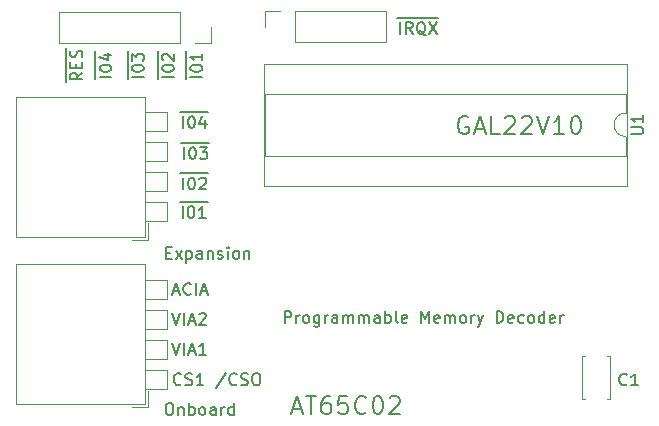
<source format=gto>
G04 #@! TF.GenerationSoftware,KiCad,Pcbnew,(5.1.9)-1*
G04 #@! TF.CreationDate,2023-05-10T20:36:34+01:00*
G04 #@! TF.ProjectId,Memory Decoder,4d656d6f-7279-4204-9465-636f6465722e,Rev001*
G04 #@! TF.SameCoordinates,Original*
G04 #@! TF.FileFunction,Legend,Top*
G04 #@! TF.FilePolarity,Positive*
%FSLAX46Y46*%
G04 Gerber Fmt 4.6, Leading zero omitted, Abs format (unit mm)*
G04 Created by KiCad (PCBNEW (5.1.9)-1) date 2023-05-10 20:36:34*
%MOMM*%
%LPD*%
G01*
G04 APERTURE LIST*
%ADD10C,0.150000*%
%ADD11C,0.200000*%
%ADD12C,0.120000*%
%ADD13C,1.702000*%
%ADD14O,1.802000X1.802000*%
%ADD15O,1.702000X1.702000*%
G04 APERTURE END LIST*
D10*
X149923333Y-107057142D02*
X149875714Y-107104761D01*
X149732857Y-107152380D01*
X149637619Y-107152380D01*
X149494761Y-107104761D01*
X149399523Y-107009523D01*
X149351904Y-106914285D01*
X149304285Y-106723809D01*
X149304285Y-106580952D01*
X149351904Y-106390476D01*
X149399523Y-106295238D01*
X149494761Y-106200000D01*
X149637619Y-106152380D01*
X149732857Y-106152380D01*
X149875714Y-106200000D01*
X149923333Y-106247619D01*
X150875714Y-107152380D02*
X150304285Y-107152380D01*
X150590000Y-107152380D02*
X150590000Y-106152380D01*
X150494761Y-106295238D01*
X150399523Y-106390476D01*
X150304285Y-106438095D01*
X136461428Y-84450000D02*
X136318571Y-84378571D01*
X136104285Y-84378571D01*
X135890000Y-84450000D01*
X135747142Y-84592857D01*
X135675714Y-84735714D01*
X135604285Y-85021428D01*
X135604285Y-85235714D01*
X135675714Y-85521428D01*
X135747142Y-85664285D01*
X135890000Y-85807142D01*
X136104285Y-85878571D01*
X136247142Y-85878571D01*
X136461428Y-85807142D01*
X136532857Y-85735714D01*
X136532857Y-85235714D01*
X136247142Y-85235714D01*
X137104285Y-85450000D02*
X137818571Y-85450000D01*
X136961428Y-85878571D02*
X137461428Y-84378571D01*
X137961428Y-85878571D01*
X139175714Y-85878571D02*
X138461428Y-85878571D01*
X138461428Y-84378571D01*
X139604285Y-84521428D02*
X139675714Y-84450000D01*
X139818571Y-84378571D01*
X140175714Y-84378571D01*
X140318571Y-84450000D01*
X140390000Y-84521428D01*
X140461428Y-84664285D01*
X140461428Y-84807142D01*
X140390000Y-85021428D01*
X139532857Y-85878571D01*
X140461428Y-85878571D01*
X141032857Y-84521428D02*
X141104285Y-84450000D01*
X141247142Y-84378571D01*
X141604285Y-84378571D01*
X141747142Y-84450000D01*
X141818571Y-84521428D01*
X141890000Y-84664285D01*
X141890000Y-84807142D01*
X141818571Y-85021428D01*
X140961428Y-85878571D01*
X141890000Y-85878571D01*
X142318571Y-84378571D02*
X142818571Y-85878571D01*
X143318571Y-84378571D01*
X144604285Y-85878571D02*
X143747142Y-85878571D01*
X144175714Y-85878571D02*
X144175714Y-84378571D01*
X144032857Y-84592857D01*
X143890000Y-84735714D01*
X143747142Y-84807142D01*
X145532857Y-84378571D02*
X145675714Y-84378571D01*
X145818571Y-84450000D01*
X145890000Y-84521428D01*
X145961428Y-84664285D01*
X146032857Y-84950000D01*
X146032857Y-85307142D01*
X145961428Y-85592857D01*
X145890000Y-85735714D01*
X145818571Y-85807142D01*
X145675714Y-85878571D01*
X145532857Y-85878571D01*
X145390000Y-85807142D01*
X145318571Y-85735714D01*
X145247142Y-85592857D01*
X145175714Y-85307142D01*
X145175714Y-84950000D01*
X145247142Y-84664285D01*
X145318571Y-84521428D01*
X145390000Y-84450000D01*
X145532857Y-84378571D01*
X130501904Y-76035000D02*
X130978095Y-76035000D01*
X130740000Y-77402380D02*
X130740000Y-76402380D01*
X130978095Y-76035000D02*
X131978095Y-76035000D01*
X131787619Y-77402380D02*
X131454285Y-76926190D01*
X131216190Y-77402380D02*
X131216190Y-76402380D01*
X131597142Y-76402380D01*
X131692380Y-76450000D01*
X131740000Y-76497619D01*
X131787619Y-76592857D01*
X131787619Y-76735714D01*
X131740000Y-76830952D01*
X131692380Y-76878571D01*
X131597142Y-76926190D01*
X131216190Y-76926190D01*
X131978095Y-76035000D02*
X133025714Y-76035000D01*
X132882857Y-77497619D02*
X132787619Y-77450000D01*
X132692380Y-77354761D01*
X132549523Y-77211904D01*
X132454285Y-77164285D01*
X132359047Y-77164285D01*
X132406666Y-77402380D02*
X132311428Y-77354761D01*
X132216190Y-77259523D01*
X132168571Y-77069047D01*
X132168571Y-76735714D01*
X132216190Y-76545238D01*
X132311428Y-76450000D01*
X132406666Y-76402380D01*
X132597142Y-76402380D01*
X132692380Y-76450000D01*
X132787619Y-76545238D01*
X132835238Y-76735714D01*
X132835238Y-77069047D01*
X132787619Y-77259523D01*
X132692380Y-77354761D01*
X132597142Y-77402380D01*
X132406666Y-77402380D01*
X133025714Y-76035000D02*
X133978095Y-76035000D01*
X133168571Y-76402380D02*
X133835238Y-77402380D01*
X133835238Y-76402380D02*
X133168571Y-77402380D01*
X110200000Y-81240476D02*
X110200000Y-80764285D01*
X111567380Y-81002380D02*
X110567380Y-81002380D01*
X110200000Y-80764285D02*
X110200000Y-79811904D01*
X110567380Y-80335714D02*
X110567380Y-80240476D01*
X110615000Y-80145238D01*
X110662619Y-80097619D01*
X110757857Y-80050000D01*
X110948333Y-80002380D01*
X111186428Y-80002380D01*
X111376904Y-80050000D01*
X111472142Y-80097619D01*
X111519761Y-80145238D01*
X111567380Y-80240476D01*
X111567380Y-80335714D01*
X111519761Y-80430952D01*
X111472142Y-80478571D01*
X111376904Y-80526190D01*
X111186428Y-80573809D01*
X110948333Y-80573809D01*
X110757857Y-80526190D01*
X110662619Y-80478571D01*
X110615000Y-80430952D01*
X110567380Y-80335714D01*
X110200000Y-79811904D02*
X110200000Y-78859523D01*
X110662619Y-79621428D02*
X110615000Y-79573809D01*
X110567380Y-79478571D01*
X110567380Y-79240476D01*
X110615000Y-79145238D01*
X110662619Y-79097619D01*
X110757857Y-79050000D01*
X110853095Y-79050000D01*
X110995952Y-79097619D01*
X111567380Y-79669047D01*
X111567380Y-79050000D01*
X107650000Y-81240476D02*
X107650000Y-80764285D01*
X109017380Y-81002380D02*
X108017380Y-81002380D01*
X107650000Y-80764285D02*
X107650000Y-79811904D01*
X108017380Y-80335714D02*
X108017380Y-80240476D01*
X108065000Y-80145238D01*
X108112619Y-80097619D01*
X108207857Y-80050000D01*
X108398333Y-80002380D01*
X108636428Y-80002380D01*
X108826904Y-80050000D01*
X108922142Y-80097619D01*
X108969761Y-80145238D01*
X109017380Y-80240476D01*
X109017380Y-80335714D01*
X108969761Y-80430952D01*
X108922142Y-80478571D01*
X108826904Y-80526190D01*
X108636428Y-80573809D01*
X108398333Y-80573809D01*
X108207857Y-80526190D01*
X108112619Y-80478571D01*
X108065000Y-80430952D01*
X108017380Y-80335714D01*
X107650000Y-79811904D02*
X107650000Y-78859523D01*
X108017380Y-79669047D02*
X108017380Y-79050000D01*
X108398333Y-79383333D01*
X108398333Y-79240476D01*
X108445952Y-79145238D01*
X108493571Y-79097619D01*
X108588809Y-79050000D01*
X108826904Y-79050000D01*
X108922142Y-79097619D01*
X108969761Y-79145238D01*
X109017380Y-79240476D01*
X109017380Y-79526190D01*
X108969761Y-79621428D01*
X108922142Y-79669047D01*
X104925000Y-81240476D02*
X104925000Y-80764285D01*
X106292380Y-81002380D02*
X105292380Y-81002380D01*
X104925000Y-80764285D02*
X104925000Y-79811904D01*
X105292380Y-80335714D02*
X105292380Y-80240476D01*
X105340000Y-80145238D01*
X105387619Y-80097619D01*
X105482857Y-80050000D01*
X105673333Y-80002380D01*
X105911428Y-80002380D01*
X106101904Y-80050000D01*
X106197142Y-80097619D01*
X106244761Y-80145238D01*
X106292380Y-80240476D01*
X106292380Y-80335714D01*
X106244761Y-80430952D01*
X106197142Y-80478571D01*
X106101904Y-80526190D01*
X105911428Y-80573809D01*
X105673333Y-80573809D01*
X105482857Y-80526190D01*
X105387619Y-80478571D01*
X105340000Y-80430952D01*
X105292380Y-80335714D01*
X104925000Y-79811904D02*
X104925000Y-78859523D01*
X105625714Y-79145238D02*
X106292380Y-79145238D01*
X105244761Y-79383333D02*
X105959047Y-79621428D01*
X105959047Y-79002380D01*
X102450000Y-81478571D02*
X102450000Y-80478571D01*
X103817380Y-80669047D02*
X103341190Y-81002380D01*
X103817380Y-81240476D02*
X102817380Y-81240476D01*
X102817380Y-80859523D01*
X102865000Y-80764285D01*
X102912619Y-80716666D01*
X103007857Y-80669047D01*
X103150714Y-80669047D01*
X103245952Y-80716666D01*
X103293571Y-80764285D01*
X103341190Y-80859523D01*
X103341190Y-81240476D01*
X102450000Y-80478571D02*
X102450000Y-79573809D01*
X103293571Y-80240476D02*
X103293571Y-79907142D01*
X103817380Y-79764285D02*
X103817380Y-80240476D01*
X102817380Y-80240476D01*
X102817380Y-79764285D01*
X102450000Y-79573809D02*
X102450000Y-78621428D01*
X103769761Y-79383333D02*
X103817380Y-79240476D01*
X103817380Y-79002380D01*
X103769761Y-78907142D01*
X103722142Y-78859523D01*
X103626904Y-78811904D01*
X103531666Y-78811904D01*
X103436428Y-78859523D01*
X103388809Y-78907142D01*
X103341190Y-79002380D01*
X103293571Y-79192857D01*
X103245952Y-79288095D01*
X103198333Y-79335714D01*
X103103095Y-79383333D01*
X103007857Y-79383333D01*
X102912619Y-79335714D01*
X102865000Y-79288095D01*
X102817380Y-79192857D01*
X102817380Y-78954761D01*
X102865000Y-78811904D01*
X111106666Y-108652380D02*
X111297142Y-108652380D01*
X111392380Y-108700000D01*
X111487618Y-108795238D01*
X111535237Y-108985714D01*
X111535237Y-109319047D01*
X111487618Y-109509523D01*
X111392380Y-109604761D01*
X111297142Y-109652380D01*
X111106666Y-109652380D01*
X111011428Y-109604761D01*
X110916190Y-109509523D01*
X110868571Y-109319047D01*
X110868571Y-108985714D01*
X110916190Y-108795238D01*
X111011428Y-108700000D01*
X111106666Y-108652380D01*
X111963809Y-108985714D02*
X111963809Y-109652380D01*
X111963809Y-109080952D02*
X112011428Y-109033333D01*
X112106666Y-108985714D01*
X112249523Y-108985714D01*
X112344761Y-109033333D01*
X112392380Y-109128571D01*
X112392380Y-109652380D01*
X112868571Y-109652380D02*
X112868571Y-108652380D01*
X112868571Y-109033333D02*
X112963809Y-108985714D01*
X113154285Y-108985714D01*
X113249523Y-109033333D01*
X113297142Y-109080952D01*
X113344761Y-109176190D01*
X113344761Y-109461904D01*
X113297142Y-109557142D01*
X113249523Y-109604761D01*
X113154285Y-109652380D01*
X112963809Y-109652380D01*
X112868571Y-109604761D01*
X113916190Y-109652380D02*
X113820952Y-109604761D01*
X113773333Y-109557142D01*
X113725713Y-109461904D01*
X113725713Y-109176190D01*
X113773333Y-109080952D01*
X113820952Y-109033333D01*
X113916190Y-108985714D01*
X114059047Y-108985714D01*
X114154285Y-109033333D01*
X114201904Y-109080952D01*
X114249523Y-109176190D01*
X114249523Y-109461904D01*
X114201904Y-109557142D01*
X114154285Y-109604761D01*
X114059047Y-109652380D01*
X113916190Y-109652380D01*
X115106666Y-109652380D02*
X115106666Y-109128571D01*
X115059047Y-109033333D01*
X114963809Y-108985714D01*
X114773333Y-108985714D01*
X114678094Y-109033333D01*
X115106666Y-109604761D02*
X115011428Y-109652380D01*
X114773333Y-109652380D01*
X114678094Y-109604761D01*
X114630475Y-109509523D01*
X114630475Y-109414285D01*
X114678094Y-109319047D01*
X114773333Y-109271428D01*
X115011428Y-109271428D01*
X115106666Y-109223809D01*
X115582856Y-109652380D02*
X115582856Y-108985714D01*
X115582856Y-109176190D02*
X115630475Y-109080952D01*
X115678094Y-109033333D01*
X115773333Y-108985714D01*
X115868571Y-108985714D01*
X116630475Y-109652380D02*
X116630475Y-108652380D01*
X116630475Y-109604761D02*
X116535237Y-109652380D01*
X116344761Y-109652380D01*
X116249523Y-109604761D01*
X116201904Y-109557142D01*
X116154285Y-109461904D01*
X116154285Y-109176190D01*
X116201904Y-109080952D01*
X116249523Y-109033333D01*
X116344761Y-108985714D01*
X116535237Y-108985714D01*
X116630475Y-109033333D01*
X110916190Y-95903571D02*
X111249523Y-95903571D01*
X111392380Y-96427380D02*
X110916190Y-96427380D01*
X110916190Y-95427380D01*
X111392380Y-95427380D01*
X111725714Y-96427380D02*
X112249523Y-95760714D01*
X111725714Y-95760714D02*
X112249523Y-96427380D01*
X112630476Y-95760714D02*
X112630476Y-96760714D01*
X112630476Y-95808333D02*
X112725714Y-95760714D01*
X112916190Y-95760714D01*
X113011428Y-95808333D01*
X113059047Y-95855952D01*
X113106666Y-95951190D01*
X113106666Y-96236904D01*
X113059047Y-96332142D01*
X113011428Y-96379761D01*
X112916190Y-96427380D01*
X112725714Y-96427380D01*
X112630476Y-96379761D01*
X113963809Y-96427380D02*
X113963809Y-95903571D01*
X113916190Y-95808333D01*
X113820952Y-95760714D01*
X113630476Y-95760714D01*
X113535238Y-95808333D01*
X113963809Y-96379761D02*
X113868571Y-96427380D01*
X113630476Y-96427380D01*
X113535238Y-96379761D01*
X113487619Y-96284523D01*
X113487619Y-96189285D01*
X113535238Y-96094047D01*
X113630476Y-96046428D01*
X113868571Y-96046428D01*
X113963809Y-95998809D01*
X114440000Y-95760714D02*
X114440000Y-96427380D01*
X114440000Y-95855952D02*
X114487619Y-95808333D01*
X114582857Y-95760714D01*
X114725714Y-95760714D01*
X114820952Y-95808333D01*
X114868571Y-95903571D01*
X114868571Y-96427380D01*
X115297142Y-96379761D02*
X115392380Y-96427380D01*
X115582857Y-96427380D01*
X115678095Y-96379761D01*
X115725714Y-96284523D01*
X115725714Y-96236904D01*
X115678095Y-96141666D01*
X115582857Y-96094047D01*
X115440000Y-96094047D01*
X115344761Y-96046428D01*
X115297142Y-95951190D01*
X115297142Y-95903571D01*
X115344761Y-95808333D01*
X115440000Y-95760714D01*
X115582857Y-95760714D01*
X115678095Y-95808333D01*
X116154285Y-96427380D02*
X116154285Y-95760714D01*
X116154285Y-95427380D02*
X116106666Y-95475000D01*
X116154285Y-95522619D01*
X116201904Y-95475000D01*
X116154285Y-95427380D01*
X116154285Y-95522619D01*
X116773333Y-96427380D02*
X116678095Y-96379761D01*
X116630476Y-96332142D01*
X116582857Y-96236904D01*
X116582857Y-95951190D01*
X116630476Y-95855952D01*
X116678095Y-95808333D01*
X116773333Y-95760714D01*
X116916190Y-95760714D01*
X117011428Y-95808333D01*
X117059047Y-95855952D01*
X117106666Y-95951190D01*
X117106666Y-96236904D01*
X117059047Y-96332142D01*
X117011428Y-96379761D01*
X116916190Y-96427380D01*
X116773333Y-96427380D01*
X117535238Y-95760714D02*
X117535238Y-96427380D01*
X117535238Y-95855952D02*
X117582857Y-95808333D01*
X117678095Y-95760714D01*
X117820952Y-95760714D01*
X117916190Y-95808333D01*
X117963809Y-95903571D01*
X117963809Y-96427380D01*
X112124523Y-89185000D02*
X112600714Y-89185000D01*
X112362619Y-90552380D02*
X112362619Y-89552380D01*
X112600714Y-89185000D02*
X113553095Y-89185000D01*
X113029285Y-89552380D02*
X113124523Y-89552380D01*
X113219761Y-89600000D01*
X113267380Y-89647619D01*
X113315000Y-89742857D01*
X113362619Y-89933333D01*
X113362619Y-90171428D01*
X113315000Y-90361904D01*
X113267380Y-90457142D01*
X113219761Y-90504761D01*
X113124523Y-90552380D01*
X113029285Y-90552380D01*
X112934047Y-90504761D01*
X112886428Y-90457142D01*
X112838809Y-90361904D01*
X112791190Y-90171428D01*
X112791190Y-89933333D01*
X112838809Y-89742857D01*
X112886428Y-89647619D01*
X112934047Y-89600000D01*
X113029285Y-89552380D01*
X113553095Y-89185000D02*
X114505476Y-89185000D01*
X113743571Y-89647619D02*
X113791190Y-89600000D01*
X113886428Y-89552380D01*
X114124523Y-89552380D01*
X114219761Y-89600000D01*
X114267380Y-89647619D01*
X114315000Y-89742857D01*
X114315000Y-89838095D01*
X114267380Y-89980952D01*
X113695952Y-90552380D01*
X114315000Y-90552380D01*
X112199523Y-86610000D02*
X112675714Y-86610000D01*
X112437619Y-87977380D02*
X112437619Y-86977380D01*
X112675714Y-86610000D02*
X113628095Y-86610000D01*
X113104285Y-86977380D02*
X113199523Y-86977380D01*
X113294761Y-87025000D01*
X113342380Y-87072619D01*
X113390000Y-87167857D01*
X113437619Y-87358333D01*
X113437619Y-87596428D01*
X113390000Y-87786904D01*
X113342380Y-87882142D01*
X113294761Y-87929761D01*
X113199523Y-87977380D01*
X113104285Y-87977380D01*
X113009047Y-87929761D01*
X112961428Y-87882142D01*
X112913809Y-87786904D01*
X112866190Y-87596428D01*
X112866190Y-87358333D01*
X112913809Y-87167857D01*
X112961428Y-87072619D01*
X113009047Y-87025000D01*
X113104285Y-86977380D01*
X113628095Y-86610000D02*
X114580476Y-86610000D01*
X113770952Y-86977380D02*
X114390000Y-86977380D01*
X114056666Y-87358333D01*
X114199523Y-87358333D01*
X114294761Y-87405952D01*
X114342380Y-87453571D01*
X114390000Y-87548809D01*
X114390000Y-87786904D01*
X114342380Y-87882142D01*
X114294761Y-87929761D01*
X114199523Y-87977380D01*
X113913809Y-87977380D01*
X113818571Y-87929761D01*
X113770952Y-87882142D01*
X112124523Y-83985000D02*
X112600714Y-83985000D01*
X112362619Y-85352380D02*
X112362619Y-84352380D01*
X112600714Y-83985000D02*
X113553095Y-83985000D01*
X113029285Y-84352380D02*
X113124523Y-84352380D01*
X113219761Y-84400000D01*
X113267380Y-84447619D01*
X113315000Y-84542857D01*
X113362619Y-84733333D01*
X113362619Y-84971428D01*
X113315000Y-85161904D01*
X113267380Y-85257142D01*
X113219761Y-85304761D01*
X113124523Y-85352380D01*
X113029285Y-85352380D01*
X112934047Y-85304761D01*
X112886428Y-85257142D01*
X112838809Y-85161904D01*
X112791190Y-84971428D01*
X112791190Y-84733333D01*
X112838809Y-84542857D01*
X112886428Y-84447619D01*
X112934047Y-84400000D01*
X113029285Y-84352380D01*
X113553095Y-83985000D02*
X114505476Y-83985000D01*
X114219761Y-84685714D02*
X114219761Y-85352380D01*
X113981666Y-84304761D02*
X113743571Y-85019047D01*
X114362619Y-85019047D01*
X112074523Y-91610000D02*
X112550714Y-91610000D01*
X112312619Y-92977380D02*
X112312619Y-91977380D01*
X112550714Y-91610000D02*
X113503095Y-91610000D01*
X112979285Y-91977380D02*
X113074523Y-91977380D01*
X113169761Y-92025000D01*
X113217380Y-92072619D01*
X113265000Y-92167857D01*
X113312619Y-92358333D01*
X113312619Y-92596428D01*
X113265000Y-92786904D01*
X113217380Y-92882142D01*
X113169761Y-92929761D01*
X113074523Y-92977380D01*
X112979285Y-92977380D01*
X112884047Y-92929761D01*
X112836428Y-92882142D01*
X112788809Y-92786904D01*
X112741190Y-92596428D01*
X112741190Y-92358333D01*
X112788809Y-92167857D01*
X112836428Y-92072619D01*
X112884047Y-92025000D01*
X112979285Y-91977380D01*
X113503095Y-91610000D02*
X114455476Y-91610000D01*
X114265000Y-92977380D02*
X113693571Y-92977380D01*
X113979285Y-92977380D02*
X113979285Y-91977380D01*
X113884047Y-92120238D01*
X113788809Y-92215476D01*
X113693571Y-92263095D01*
X112600000Y-81240476D02*
X112600000Y-80764285D01*
X113967380Y-81002380D02*
X112967380Y-81002380D01*
X112600000Y-80764285D02*
X112600000Y-79811904D01*
X112967380Y-80335714D02*
X112967380Y-80240476D01*
X113015000Y-80145238D01*
X113062619Y-80097619D01*
X113157857Y-80050000D01*
X113348333Y-80002380D01*
X113586428Y-80002380D01*
X113776904Y-80050000D01*
X113872142Y-80097619D01*
X113919761Y-80145238D01*
X113967380Y-80240476D01*
X113967380Y-80335714D01*
X113919761Y-80430952D01*
X113872142Y-80478571D01*
X113776904Y-80526190D01*
X113586428Y-80573809D01*
X113348333Y-80573809D01*
X113157857Y-80526190D01*
X113062619Y-80478571D01*
X113015000Y-80430952D01*
X112967380Y-80335714D01*
X112600000Y-79811904D02*
X112600000Y-78859523D01*
X113967380Y-79050000D02*
X113967380Y-79621428D01*
X113967380Y-79335714D02*
X112967380Y-79335714D01*
X113110238Y-79430952D01*
X113205476Y-79526190D01*
X113253095Y-79621428D01*
X112172023Y-107032142D02*
X112124404Y-107079761D01*
X111981547Y-107127380D01*
X111886309Y-107127380D01*
X111743452Y-107079761D01*
X111648214Y-106984523D01*
X111600595Y-106889285D01*
X111552976Y-106698809D01*
X111552976Y-106555952D01*
X111600595Y-106365476D01*
X111648214Y-106270238D01*
X111743452Y-106175000D01*
X111886309Y-106127380D01*
X111981547Y-106127380D01*
X112124404Y-106175000D01*
X112172023Y-106222619D01*
X112552976Y-107079761D02*
X112695833Y-107127380D01*
X112933928Y-107127380D01*
X113029166Y-107079761D01*
X113076785Y-107032142D01*
X113124404Y-106936904D01*
X113124404Y-106841666D01*
X113076785Y-106746428D01*
X113029166Y-106698809D01*
X112933928Y-106651190D01*
X112743452Y-106603571D01*
X112648214Y-106555952D01*
X112600595Y-106508333D01*
X112552976Y-106413095D01*
X112552976Y-106317857D01*
X112600595Y-106222619D01*
X112648214Y-106175000D01*
X112743452Y-106127380D01*
X112981547Y-106127380D01*
X113124404Y-106175000D01*
X114076785Y-107127380D02*
X113505357Y-107127380D01*
X113791071Y-107127380D02*
X113791071Y-106127380D01*
X113695833Y-106270238D01*
X113600595Y-106365476D01*
X113505357Y-106413095D01*
X115981547Y-106079761D02*
X115124404Y-107365476D01*
X116886309Y-107032142D02*
X116838690Y-107079761D01*
X116695833Y-107127380D01*
X116600595Y-107127380D01*
X116457738Y-107079761D01*
X116362500Y-106984523D01*
X116314880Y-106889285D01*
X116267261Y-106698809D01*
X116267261Y-106555952D01*
X116314880Y-106365476D01*
X116362500Y-106270238D01*
X116457738Y-106175000D01*
X116600595Y-106127380D01*
X116695833Y-106127380D01*
X116838690Y-106175000D01*
X116886309Y-106222619D01*
X117267261Y-107079761D02*
X117410119Y-107127380D01*
X117648214Y-107127380D01*
X117743452Y-107079761D01*
X117791071Y-107032142D01*
X117838690Y-106936904D01*
X117838690Y-106841666D01*
X117791071Y-106746428D01*
X117743452Y-106698809D01*
X117648214Y-106651190D01*
X117457738Y-106603571D01*
X117362500Y-106555952D01*
X117314880Y-106508333D01*
X117267261Y-106413095D01*
X117267261Y-106317857D01*
X117314880Y-106222619D01*
X117362500Y-106175000D01*
X117457738Y-106127380D01*
X117695833Y-106127380D01*
X117838690Y-106175000D01*
X118457738Y-106127380D02*
X118648214Y-106127380D01*
X118743452Y-106175000D01*
X118838690Y-106270238D01*
X118886309Y-106460714D01*
X118886309Y-106794047D01*
X118838690Y-106984523D01*
X118743452Y-107079761D01*
X118648214Y-107127380D01*
X118457738Y-107127380D01*
X118362500Y-107079761D01*
X118267261Y-106984523D01*
X118219642Y-106794047D01*
X118219642Y-106460714D01*
X118267261Y-106270238D01*
X118362500Y-106175000D01*
X118457738Y-106127380D01*
X111435237Y-103562380D02*
X111768570Y-104562380D01*
X112101904Y-103562380D01*
X112435237Y-104562380D02*
X112435237Y-103562380D01*
X112863808Y-104276666D02*
X113339999Y-104276666D01*
X112768570Y-104562380D02*
X113101904Y-103562380D01*
X113435237Y-104562380D01*
X114292380Y-104562380D02*
X113720951Y-104562380D01*
X114006666Y-104562380D02*
X114006666Y-103562380D01*
X113911428Y-103705238D01*
X113816189Y-103800476D01*
X113720951Y-103848095D01*
X111435237Y-101022380D02*
X111768570Y-102022380D01*
X112101904Y-101022380D01*
X112435237Y-102022380D02*
X112435237Y-101022380D01*
X112863808Y-101736666D02*
X113339999Y-101736666D01*
X112768570Y-102022380D02*
X113101904Y-101022380D01*
X113435237Y-102022380D01*
X113720951Y-101117619D02*
X113768570Y-101070000D01*
X113863808Y-101022380D01*
X114101904Y-101022380D01*
X114197142Y-101070000D01*
X114244761Y-101117619D01*
X114292380Y-101212857D01*
X114292380Y-101308095D01*
X114244761Y-101450952D01*
X113673332Y-102022380D01*
X114292380Y-102022380D01*
X111530476Y-99196666D02*
X112006666Y-99196666D01*
X111435238Y-99482380D02*
X111768571Y-98482380D01*
X112101904Y-99482380D01*
X113006666Y-99387142D02*
X112959047Y-99434761D01*
X112816190Y-99482380D01*
X112720952Y-99482380D01*
X112578095Y-99434761D01*
X112482857Y-99339523D01*
X112435238Y-99244285D01*
X112387618Y-99053809D01*
X112387618Y-98910952D01*
X112435238Y-98720476D01*
X112482857Y-98625238D01*
X112578095Y-98530000D01*
X112720952Y-98482380D01*
X112816190Y-98482380D01*
X112959047Y-98530000D01*
X113006666Y-98577619D01*
X113435238Y-99482380D02*
X113435238Y-98482380D01*
X113863809Y-99196666D02*
X114339999Y-99196666D01*
X113768571Y-99482380D02*
X114101904Y-98482380D01*
X114435238Y-99482380D01*
X120951904Y-101852380D02*
X120951904Y-100852380D01*
X121332857Y-100852380D01*
X121428095Y-100900000D01*
X121475714Y-100947619D01*
X121523333Y-101042857D01*
X121523333Y-101185714D01*
X121475714Y-101280952D01*
X121428095Y-101328571D01*
X121332857Y-101376190D01*
X120951904Y-101376190D01*
X121951904Y-101852380D02*
X121951904Y-101185714D01*
X121951904Y-101376190D02*
X121999523Y-101280952D01*
X122047142Y-101233333D01*
X122142380Y-101185714D01*
X122237619Y-101185714D01*
X122713809Y-101852380D02*
X122618571Y-101804761D01*
X122570952Y-101757142D01*
X122523333Y-101661904D01*
X122523333Y-101376190D01*
X122570952Y-101280952D01*
X122618571Y-101233333D01*
X122713809Y-101185714D01*
X122856666Y-101185714D01*
X122951904Y-101233333D01*
X122999523Y-101280952D01*
X123047142Y-101376190D01*
X123047142Y-101661904D01*
X122999523Y-101757142D01*
X122951904Y-101804761D01*
X122856666Y-101852380D01*
X122713809Y-101852380D01*
X123904285Y-101185714D02*
X123904285Y-101995238D01*
X123856666Y-102090476D01*
X123809047Y-102138095D01*
X123713809Y-102185714D01*
X123570952Y-102185714D01*
X123475714Y-102138095D01*
X123904285Y-101804761D02*
X123809047Y-101852380D01*
X123618571Y-101852380D01*
X123523333Y-101804761D01*
X123475714Y-101757142D01*
X123428095Y-101661904D01*
X123428095Y-101376190D01*
X123475714Y-101280952D01*
X123523333Y-101233333D01*
X123618571Y-101185714D01*
X123809047Y-101185714D01*
X123904285Y-101233333D01*
X124380476Y-101852380D02*
X124380476Y-101185714D01*
X124380476Y-101376190D02*
X124428095Y-101280952D01*
X124475714Y-101233333D01*
X124570952Y-101185714D01*
X124666190Y-101185714D01*
X125428095Y-101852380D02*
X125428095Y-101328571D01*
X125380476Y-101233333D01*
X125285238Y-101185714D01*
X125094761Y-101185714D01*
X124999523Y-101233333D01*
X125428095Y-101804761D02*
X125332857Y-101852380D01*
X125094761Y-101852380D01*
X124999523Y-101804761D01*
X124951904Y-101709523D01*
X124951904Y-101614285D01*
X124999523Y-101519047D01*
X125094761Y-101471428D01*
X125332857Y-101471428D01*
X125428095Y-101423809D01*
X125904285Y-101852380D02*
X125904285Y-101185714D01*
X125904285Y-101280952D02*
X125951904Y-101233333D01*
X126047142Y-101185714D01*
X126190000Y-101185714D01*
X126285238Y-101233333D01*
X126332857Y-101328571D01*
X126332857Y-101852380D01*
X126332857Y-101328571D02*
X126380476Y-101233333D01*
X126475714Y-101185714D01*
X126618571Y-101185714D01*
X126713809Y-101233333D01*
X126761428Y-101328571D01*
X126761428Y-101852380D01*
X127237619Y-101852380D02*
X127237619Y-101185714D01*
X127237619Y-101280952D02*
X127285238Y-101233333D01*
X127380476Y-101185714D01*
X127523333Y-101185714D01*
X127618571Y-101233333D01*
X127666190Y-101328571D01*
X127666190Y-101852380D01*
X127666190Y-101328571D02*
X127713809Y-101233333D01*
X127809047Y-101185714D01*
X127951904Y-101185714D01*
X128047142Y-101233333D01*
X128094761Y-101328571D01*
X128094761Y-101852380D01*
X128999523Y-101852380D02*
X128999523Y-101328571D01*
X128951904Y-101233333D01*
X128856666Y-101185714D01*
X128666190Y-101185714D01*
X128570952Y-101233333D01*
X128999523Y-101804761D02*
X128904285Y-101852380D01*
X128666190Y-101852380D01*
X128570952Y-101804761D01*
X128523333Y-101709523D01*
X128523333Y-101614285D01*
X128570952Y-101519047D01*
X128666190Y-101471428D01*
X128904285Y-101471428D01*
X128999523Y-101423809D01*
X129475714Y-101852380D02*
X129475714Y-100852380D01*
X129475714Y-101233333D02*
X129570952Y-101185714D01*
X129761428Y-101185714D01*
X129856666Y-101233333D01*
X129904285Y-101280952D01*
X129951904Y-101376190D01*
X129951904Y-101661904D01*
X129904285Y-101757142D01*
X129856666Y-101804761D01*
X129761428Y-101852380D01*
X129570952Y-101852380D01*
X129475714Y-101804761D01*
X130523333Y-101852380D02*
X130428095Y-101804761D01*
X130380476Y-101709523D01*
X130380476Y-100852380D01*
X131285238Y-101804761D02*
X131190000Y-101852380D01*
X130999523Y-101852380D01*
X130904285Y-101804761D01*
X130856666Y-101709523D01*
X130856666Y-101328571D01*
X130904285Y-101233333D01*
X130999523Y-101185714D01*
X131190000Y-101185714D01*
X131285238Y-101233333D01*
X131332857Y-101328571D01*
X131332857Y-101423809D01*
X130856666Y-101519047D01*
X132523333Y-101852380D02*
X132523333Y-100852380D01*
X132856666Y-101566666D01*
X133190000Y-100852380D01*
X133190000Y-101852380D01*
X134047142Y-101804761D02*
X133951904Y-101852380D01*
X133761428Y-101852380D01*
X133666190Y-101804761D01*
X133618571Y-101709523D01*
X133618571Y-101328571D01*
X133666190Y-101233333D01*
X133761428Y-101185714D01*
X133951904Y-101185714D01*
X134047142Y-101233333D01*
X134094761Y-101328571D01*
X134094761Y-101423809D01*
X133618571Y-101519047D01*
X134523333Y-101852380D02*
X134523333Y-101185714D01*
X134523333Y-101280952D02*
X134570952Y-101233333D01*
X134666190Y-101185714D01*
X134809047Y-101185714D01*
X134904285Y-101233333D01*
X134951904Y-101328571D01*
X134951904Y-101852380D01*
X134951904Y-101328571D02*
X134999523Y-101233333D01*
X135094761Y-101185714D01*
X135237619Y-101185714D01*
X135332857Y-101233333D01*
X135380476Y-101328571D01*
X135380476Y-101852380D01*
X135999523Y-101852380D02*
X135904285Y-101804761D01*
X135856666Y-101757142D01*
X135809047Y-101661904D01*
X135809047Y-101376190D01*
X135856666Y-101280952D01*
X135904285Y-101233333D01*
X135999523Y-101185714D01*
X136142380Y-101185714D01*
X136237619Y-101233333D01*
X136285238Y-101280952D01*
X136332857Y-101376190D01*
X136332857Y-101661904D01*
X136285238Y-101757142D01*
X136237619Y-101804761D01*
X136142380Y-101852380D01*
X135999523Y-101852380D01*
X136761428Y-101852380D02*
X136761428Y-101185714D01*
X136761428Y-101376190D02*
X136809047Y-101280952D01*
X136856666Y-101233333D01*
X136951904Y-101185714D01*
X137047142Y-101185714D01*
X137285238Y-101185714D02*
X137523333Y-101852380D01*
X137761428Y-101185714D02*
X137523333Y-101852380D01*
X137428095Y-102090476D01*
X137380476Y-102138095D01*
X137285238Y-102185714D01*
X138904285Y-101852380D02*
X138904285Y-100852380D01*
X139142380Y-100852380D01*
X139285238Y-100900000D01*
X139380476Y-100995238D01*
X139428095Y-101090476D01*
X139475714Y-101280952D01*
X139475714Y-101423809D01*
X139428095Y-101614285D01*
X139380476Y-101709523D01*
X139285238Y-101804761D01*
X139142380Y-101852380D01*
X138904285Y-101852380D01*
X140285238Y-101804761D02*
X140190000Y-101852380D01*
X139999523Y-101852380D01*
X139904285Y-101804761D01*
X139856666Y-101709523D01*
X139856666Y-101328571D01*
X139904285Y-101233333D01*
X139999523Y-101185714D01*
X140190000Y-101185714D01*
X140285238Y-101233333D01*
X140332857Y-101328571D01*
X140332857Y-101423809D01*
X139856666Y-101519047D01*
X141190000Y-101804761D02*
X141094761Y-101852380D01*
X140904285Y-101852380D01*
X140809047Y-101804761D01*
X140761428Y-101757142D01*
X140713809Y-101661904D01*
X140713809Y-101376190D01*
X140761428Y-101280952D01*
X140809047Y-101233333D01*
X140904285Y-101185714D01*
X141094761Y-101185714D01*
X141190000Y-101233333D01*
X141761428Y-101852380D02*
X141666190Y-101804761D01*
X141618571Y-101757142D01*
X141570952Y-101661904D01*
X141570952Y-101376190D01*
X141618571Y-101280952D01*
X141666190Y-101233333D01*
X141761428Y-101185714D01*
X141904285Y-101185714D01*
X141999523Y-101233333D01*
X142047142Y-101280952D01*
X142094761Y-101376190D01*
X142094761Y-101661904D01*
X142047142Y-101757142D01*
X141999523Y-101804761D01*
X141904285Y-101852380D01*
X141761428Y-101852380D01*
X142951904Y-101852380D02*
X142951904Y-100852380D01*
X142951904Y-101804761D02*
X142856666Y-101852380D01*
X142666190Y-101852380D01*
X142570952Y-101804761D01*
X142523333Y-101757142D01*
X142475714Y-101661904D01*
X142475714Y-101376190D01*
X142523333Y-101280952D01*
X142570952Y-101233333D01*
X142666190Y-101185714D01*
X142856666Y-101185714D01*
X142951904Y-101233333D01*
X143809047Y-101804761D02*
X143713809Y-101852380D01*
X143523333Y-101852380D01*
X143428095Y-101804761D01*
X143380476Y-101709523D01*
X143380476Y-101328571D01*
X143428095Y-101233333D01*
X143523333Y-101185714D01*
X143713809Y-101185714D01*
X143809047Y-101233333D01*
X143856666Y-101328571D01*
X143856666Y-101423809D01*
X143380476Y-101519047D01*
X144285238Y-101852380D02*
X144285238Y-101185714D01*
X144285238Y-101376190D02*
X144332857Y-101280952D01*
X144380476Y-101233333D01*
X144475714Y-101185714D01*
X144570952Y-101185714D01*
D11*
X121629285Y-109150000D02*
X122343571Y-109150000D01*
X121486428Y-109578571D02*
X121986428Y-108078571D01*
X122486428Y-109578571D01*
X122772142Y-108078571D02*
X123629285Y-108078571D01*
X123200714Y-109578571D02*
X123200714Y-108078571D01*
X124772142Y-108078571D02*
X124486428Y-108078571D01*
X124343571Y-108150000D01*
X124272142Y-108221428D01*
X124129285Y-108435714D01*
X124057857Y-108721428D01*
X124057857Y-109292857D01*
X124129285Y-109435714D01*
X124200714Y-109507142D01*
X124343571Y-109578571D01*
X124629285Y-109578571D01*
X124772142Y-109507142D01*
X124843571Y-109435714D01*
X124915000Y-109292857D01*
X124915000Y-108935714D01*
X124843571Y-108792857D01*
X124772142Y-108721428D01*
X124629285Y-108650000D01*
X124343571Y-108650000D01*
X124200714Y-108721428D01*
X124129285Y-108792857D01*
X124057857Y-108935714D01*
X126272142Y-108078571D02*
X125557857Y-108078571D01*
X125486428Y-108792857D01*
X125557857Y-108721428D01*
X125700714Y-108650000D01*
X126057857Y-108650000D01*
X126200714Y-108721428D01*
X126272142Y-108792857D01*
X126343571Y-108935714D01*
X126343571Y-109292857D01*
X126272142Y-109435714D01*
X126200714Y-109507142D01*
X126057857Y-109578571D01*
X125700714Y-109578571D01*
X125557857Y-109507142D01*
X125486428Y-109435714D01*
X127843571Y-109435714D02*
X127772142Y-109507142D01*
X127557857Y-109578571D01*
X127415000Y-109578571D01*
X127200714Y-109507142D01*
X127057857Y-109364285D01*
X126986428Y-109221428D01*
X126915000Y-108935714D01*
X126915000Y-108721428D01*
X126986428Y-108435714D01*
X127057857Y-108292857D01*
X127200714Y-108150000D01*
X127415000Y-108078571D01*
X127557857Y-108078571D01*
X127772142Y-108150000D01*
X127843571Y-108221428D01*
X128772142Y-108078571D02*
X128915000Y-108078571D01*
X129057857Y-108150000D01*
X129129285Y-108221428D01*
X129200714Y-108364285D01*
X129272142Y-108650000D01*
X129272142Y-109007142D01*
X129200714Y-109292857D01*
X129129285Y-109435714D01*
X129057857Y-109507142D01*
X128915000Y-109578571D01*
X128772142Y-109578571D01*
X128629285Y-109507142D01*
X128557857Y-109435714D01*
X128486428Y-109292857D01*
X128415000Y-109007142D01*
X128415000Y-108650000D01*
X128486428Y-108364285D01*
X128557857Y-108221428D01*
X128629285Y-108150000D01*
X128772142Y-108078571D01*
X129843571Y-108221428D02*
X129915000Y-108150000D01*
X130057857Y-108078571D01*
X130415000Y-108078571D01*
X130557857Y-108150000D01*
X130629285Y-108221428D01*
X130700714Y-108364285D01*
X130700714Y-108507142D01*
X130629285Y-108721428D01*
X129772142Y-109578571D01*
X130700714Y-109578571D01*
D12*
X148240000Y-104685000D02*
X148485000Y-104685000D01*
X146145000Y-104685000D02*
X146390000Y-104685000D01*
X148240000Y-108325000D02*
X148485000Y-108325000D01*
X146145000Y-108325000D02*
X146390000Y-108325000D01*
X148485000Y-108325000D02*
X148485000Y-104685000D01*
X146145000Y-108325000D02*
X146145000Y-104685000D01*
X149850000Y-84085000D02*
X149850000Y-82435000D01*
X149850000Y-82435000D02*
X119250000Y-82435000D01*
X119250000Y-82435000D02*
X119250000Y-87735000D01*
X119250000Y-87735000D02*
X149850000Y-87735000D01*
X149850000Y-87735000D02*
X149850000Y-86085000D01*
X149910000Y-79945000D02*
X119190000Y-79945000D01*
X119190000Y-79945000D02*
X119190000Y-90225000D01*
X119190000Y-90225000D02*
X149910000Y-90225000D01*
X149910000Y-90225000D02*
X149910000Y-79945000D01*
X149850000Y-86085000D02*
G75*
G02*
X149850000Y-84085000I0J1000000D01*
G01*
X109165000Y-94560000D02*
X98245000Y-94560000D01*
X109165000Y-82720000D02*
X98245000Y-82720000D01*
X109165000Y-94560000D02*
X109165000Y-82720000D01*
X98245000Y-94560000D02*
X98245000Y-82720000D01*
X109405000Y-94800000D02*
X108022000Y-94800000D01*
X109405000Y-94800000D02*
X109405000Y-93417000D01*
X111025000Y-93260000D02*
X109165000Y-93260000D01*
X111025000Y-91640000D02*
X109165000Y-91640000D01*
X111025000Y-93260000D02*
X111025000Y-91640000D01*
X109165000Y-93260000D02*
X109165000Y-91640000D01*
X111025000Y-90720000D02*
X109165000Y-90720000D01*
X111025000Y-89100000D02*
X109165000Y-89100000D01*
X111025000Y-90720000D02*
X111025000Y-89100000D01*
X109165000Y-90720000D02*
X109165000Y-89100000D01*
X111025000Y-88180000D02*
X109165000Y-88180000D01*
X111025000Y-86560000D02*
X109165000Y-86560000D01*
X111025000Y-88180000D02*
X111025000Y-86560000D01*
X109165000Y-88180000D02*
X109165000Y-86560000D01*
X111025000Y-85640000D02*
X109165000Y-85640000D01*
X111025000Y-84020000D02*
X109165000Y-84020000D01*
X111025000Y-85640000D02*
X111025000Y-84020000D01*
X109165000Y-85640000D02*
X109165000Y-84020000D01*
X109165000Y-108735000D02*
X98245000Y-108735000D01*
X109165000Y-96895000D02*
X98245000Y-96895000D01*
X109165000Y-108735000D02*
X109165000Y-96895000D01*
X98245000Y-108735000D02*
X98245000Y-96895000D01*
X109405000Y-108975000D02*
X108022000Y-108975000D01*
X109405000Y-108975000D02*
X109405000Y-107592000D01*
X111025000Y-107435000D02*
X109165000Y-107435000D01*
X111025000Y-105815000D02*
X109165000Y-105815000D01*
X111025000Y-107435000D02*
X111025000Y-105815000D01*
X109165000Y-107435000D02*
X109165000Y-105815000D01*
X111025000Y-104895000D02*
X109165000Y-104895000D01*
X111025000Y-103275000D02*
X109165000Y-103275000D01*
X111025000Y-104895000D02*
X111025000Y-103275000D01*
X109165000Y-104895000D02*
X109165000Y-103275000D01*
X111025000Y-102355000D02*
X109165000Y-102355000D01*
X111025000Y-100735000D02*
X109165000Y-100735000D01*
X111025000Y-102355000D02*
X111025000Y-100735000D01*
X109165000Y-102355000D02*
X109165000Y-100735000D01*
X111025000Y-99815000D02*
X109165000Y-99815000D01*
X111025000Y-98195000D02*
X109165000Y-98195000D01*
X111025000Y-99815000D02*
X111025000Y-98195000D01*
X109165000Y-99815000D02*
X109165000Y-98195000D01*
X112095000Y-75495000D02*
X112095000Y-78155000D01*
X112095000Y-75495000D02*
X101875000Y-75495000D01*
X101875000Y-75495000D02*
X101875000Y-78155000D01*
X112095000Y-78155000D02*
X101875000Y-78155000D01*
X114695000Y-78155000D02*
X113365000Y-78155000D01*
X114695000Y-76825000D02*
X114695000Y-78155000D01*
X121850000Y-78105000D02*
X121850000Y-75445000D01*
X121850000Y-78105000D02*
X129530000Y-78105000D01*
X129530000Y-78105000D02*
X129530000Y-75445000D01*
X121850000Y-75445000D02*
X129530000Y-75445000D01*
X119250000Y-75445000D02*
X120580000Y-75445000D01*
X119250000Y-76775000D02*
X119250000Y-75445000D01*
D10*
X150302380Y-85846904D02*
X151111904Y-85846904D01*
X151207142Y-85799285D01*
X151254761Y-85751666D01*
X151302380Y-85656428D01*
X151302380Y-85465952D01*
X151254761Y-85370714D01*
X151207142Y-85323095D01*
X151111904Y-85275476D01*
X150302380Y-85275476D01*
X151302380Y-84275476D02*
X151302380Y-84846904D01*
X151302380Y-84561190D02*
X150302380Y-84561190D01*
X150445238Y-84656428D01*
X150540476Y-84751666D01*
X150588095Y-84846904D01*
%LPC*%
D13*
X147315000Y-105255000D03*
X147315000Y-107755000D03*
G36*
G01*
X119730000Y-96694000D02*
X121430000Y-96694000D01*
G75*
G02*
X121481000Y-96745000I0J-51000D01*
G01*
X121481000Y-98445000D01*
G75*
G02*
X121430000Y-98496000I-51000J0D01*
G01*
X119730000Y-98496000D01*
G75*
G02*
X119679000Y-98445000I0J51000D01*
G01*
X119679000Y-96745000D01*
G75*
G02*
X119730000Y-96694000I51000J0D01*
G01*
G37*
D14*
X120580000Y-95055000D03*
X123120000Y-97595000D03*
X123120000Y-95055000D03*
X125660000Y-97595000D03*
X125660000Y-95055000D03*
G36*
G01*
X147720000Y-80424000D02*
X149320000Y-80424000D01*
G75*
G02*
X149371000Y-80475000I0J-51000D01*
G01*
X149371000Y-82075000D01*
G75*
G02*
X149320000Y-82126000I-51000J0D01*
G01*
X147720000Y-82126000D01*
G75*
G02*
X147669000Y-82075000I0J51000D01*
G01*
X147669000Y-80475000D01*
G75*
G02*
X147720000Y-80424000I51000J0D01*
G01*
G37*
D15*
X120580000Y-88895000D03*
X145980000Y-81275000D03*
X123120000Y-88895000D03*
X143440000Y-81275000D03*
X125660000Y-88895000D03*
X140900000Y-81275000D03*
X128200000Y-88895000D03*
X138360000Y-81275000D03*
X130740000Y-88895000D03*
X135820000Y-81275000D03*
X133280000Y-88895000D03*
X133280000Y-81275000D03*
X135820000Y-88895000D03*
X130740000Y-81275000D03*
X138360000Y-88895000D03*
X128200000Y-81275000D03*
X140900000Y-88895000D03*
X125660000Y-81275000D03*
X143440000Y-88895000D03*
X123120000Y-81275000D03*
X145980000Y-88895000D03*
X120580000Y-81275000D03*
X148520000Y-88895000D03*
G36*
G01*
X119730000Y-104314000D02*
X121430000Y-104314000D01*
G75*
G02*
X121481000Y-104365000I0J-51000D01*
G01*
X121481000Y-106065000D01*
G75*
G02*
X121430000Y-106116000I-51000J0D01*
G01*
X119730000Y-106116000D01*
G75*
G02*
X119679000Y-106065000I0J51000D01*
G01*
X119679000Y-104365000D01*
G75*
G02*
X119730000Y-104314000I51000J0D01*
G01*
G37*
D14*
X123120000Y-105215000D03*
X125660000Y-105215000D03*
X128200000Y-105215000D03*
X130740000Y-105215000D03*
X133280000Y-105215000D03*
X135820000Y-105215000D03*
X138360000Y-105215000D03*
X140900000Y-105215000D03*
G36*
G01*
X108366000Y-91650000D02*
X108366000Y-93250000D01*
G75*
G02*
X108315000Y-93301000I-51000J0D01*
G01*
X106715000Y-93301000D01*
G75*
G02*
X106664000Y-93250000I0J51000D01*
G01*
X106664000Y-91650000D01*
G75*
G02*
X106715000Y-91599000I51000J0D01*
G01*
X108315000Y-91599000D01*
G75*
G02*
X108366000Y-91650000I0J-51000D01*
G01*
G37*
D15*
X99895000Y-84830000D03*
X107515000Y-89910000D03*
X99895000Y-87370000D03*
X107515000Y-87370000D03*
X99895000Y-89910000D03*
X107515000Y-84830000D03*
X99895000Y-92450000D03*
G36*
G01*
X108366000Y-105825000D02*
X108366000Y-107425000D01*
G75*
G02*
X108315000Y-107476000I-51000J0D01*
G01*
X106715000Y-107476000D01*
G75*
G02*
X106664000Y-107425000I0J51000D01*
G01*
X106664000Y-105825000D01*
G75*
G02*
X106715000Y-105774000I51000J0D01*
G01*
X108315000Y-105774000D01*
G75*
G02*
X108366000Y-105825000I0J-51000D01*
G01*
G37*
X99895000Y-99005000D03*
X107515000Y-104085000D03*
X99895000Y-101545000D03*
X107515000Y-101545000D03*
X99895000Y-104085000D03*
X107515000Y-99005000D03*
X99895000Y-106625000D03*
G36*
G01*
X112515000Y-75924000D02*
X114215000Y-75924000D01*
G75*
G02*
X114266000Y-75975000I0J-51000D01*
G01*
X114266000Y-77675000D01*
G75*
G02*
X114215000Y-77726000I-51000J0D01*
G01*
X112515000Y-77726000D01*
G75*
G02*
X112464000Y-77675000I0J51000D01*
G01*
X112464000Y-75975000D01*
G75*
G02*
X112515000Y-75924000I51000J0D01*
G01*
G37*
D14*
X110825000Y-76825000D03*
X108285000Y-76825000D03*
X105745000Y-76825000D03*
X103205000Y-76825000D03*
G36*
G01*
X121430000Y-77676000D02*
X119730000Y-77676000D01*
G75*
G02*
X119679000Y-77625000I0J51000D01*
G01*
X119679000Y-75925000D01*
G75*
G02*
X119730000Y-75874000I51000J0D01*
G01*
X121430000Y-75874000D01*
G75*
G02*
X121481000Y-75925000I0J-51000D01*
G01*
X121481000Y-77625000D01*
G75*
G02*
X121430000Y-77676000I-51000J0D01*
G01*
G37*
X123120000Y-76775000D03*
X125660000Y-76775000D03*
X128200000Y-76775000D03*
G36*
G01*
X134130000Y-86906000D02*
X132430000Y-86906000D01*
G75*
G02*
X132379000Y-86855000I0J51000D01*
G01*
X132379000Y-85155000D01*
G75*
G02*
X132430000Y-85104000I51000J0D01*
G01*
X134130000Y-85104000D01*
G75*
G02*
X134181000Y-85155000I0J-51000D01*
G01*
X134181000Y-86855000D01*
G75*
G02*
X134130000Y-86906000I-51000J0D01*
G01*
G37*
X130740000Y-86005000D03*
X128200000Y-86005000D03*
X125660000Y-86005000D03*
X123120000Y-86005000D03*
X120580000Y-86005000D03*
G36*
G01*
X127350000Y-96694000D02*
X129050000Y-96694000D01*
G75*
G02*
X129101000Y-96745000I0J-51000D01*
G01*
X129101000Y-98445000D01*
G75*
G02*
X129050000Y-98496000I-51000J0D01*
G01*
X127350000Y-98496000D01*
G75*
G02*
X127299000Y-98445000I0J51000D01*
G01*
X127299000Y-96745000D01*
G75*
G02*
X127350000Y-96694000I51000J0D01*
G01*
G37*
X128200000Y-95055000D03*
X130740000Y-97595000D03*
X130740000Y-95055000D03*
X133280000Y-97595000D03*
X133280000Y-95055000D03*
X135820000Y-97595000D03*
X135820000Y-95055000D03*
X138360000Y-97595000D03*
X138360000Y-95055000D03*
G36*
G01*
X143895000Y-94154000D02*
X145595000Y-94154000D01*
G75*
G02*
X145646000Y-94205000I0J-51000D01*
G01*
X145646000Y-95905000D01*
G75*
G02*
X145595000Y-95956000I-51000J0D01*
G01*
X143895000Y-95956000D01*
G75*
G02*
X143844000Y-95905000I0J51000D01*
G01*
X143844000Y-94205000D01*
G75*
G02*
X143895000Y-94154000I51000J0D01*
G01*
G37*
X144745000Y-97595000D03*
X147285000Y-95055000D03*
X147285000Y-97595000D03*
M02*

</source>
